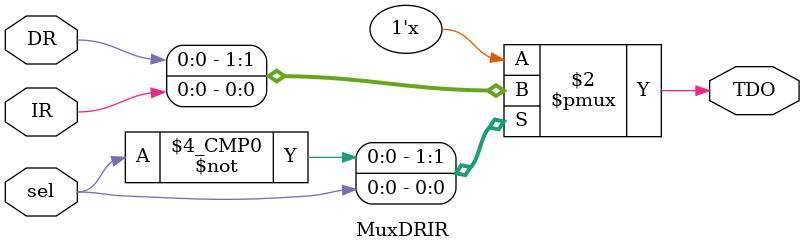
<source format=v>

module MuxDRIR(input DR,
               input IR,
               input sel,
               output reg TDO);
   always @(*) begin
      case(sel)
         1'b0: TDO = DR;
         1'b1: TDO = IR;
         default: TDO = DR;
      endcase
   end
endmodule

</source>
